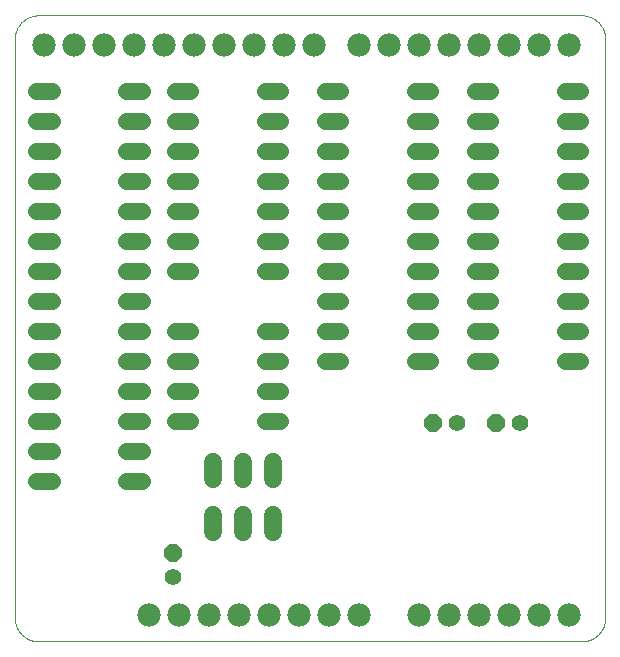
<source format=gbs>
G75*
%MOIN*%
%OFA0B0*%
%FSLAX25Y25*%
%IPPOS*%
%LPD*%
%AMOC8*
5,1,8,0,0,1.08239X$1,22.5*
%
%ADD10C,0.00004*%
%ADD11C,0.05600*%
%ADD12C,0.07800*%
%ADD13C,0.06000*%
%ADD14OC8,0.06028*%
%ADD15C,0.05600*%
D10*
X0092644Y0010874D02*
X0092644Y0203787D01*
X0092646Y0203977D01*
X0092653Y0204167D01*
X0092665Y0204357D01*
X0092681Y0204547D01*
X0092701Y0204736D01*
X0092727Y0204925D01*
X0092756Y0205113D01*
X0092791Y0205300D01*
X0092830Y0205486D01*
X0092873Y0205671D01*
X0092921Y0205856D01*
X0092973Y0206039D01*
X0093029Y0206220D01*
X0093090Y0206400D01*
X0093156Y0206579D01*
X0093225Y0206756D01*
X0093299Y0206932D01*
X0093377Y0207105D01*
X0093460Y0207277D01*
X0093546Y0207446D01*
X0093636Y0207614D01*
X0093731Y0207779D01*
X0093829Y0207942D01*
X0093932Y0208102D01*
X0094038Y0208260D01*
X0094148Y0208415D01*
X0094261Y0208568D01*
X0094379Y0208718D01*
X0094500Y0208864D01*
X0094624Y0209008D01*
X0094752Y0209149D01*
X0094883Y0209287D01*
X0095018Y0209422D01*
X0095156Y0209553D01*
X0095297Y0209681D01*
X0095441Y0209805D01*
X0095587Y0209926D01*
X0095737Y0210044D01*
X0095890Y0210157D01*
X0096045Y0210267D01*
X0096203Y0210373D01*
X0096363Y0210476D01*
X0096526Y0210574D01*
X0096691Y0210669D01*
X0096859Y0210759D01*
X0097028Y0210845D01*
X0097200Y0210928D01*
X0097373Y0211006D01*
X0097549Y0211080D01*
X0097726Y0211149D01*
X0097905Y0211215D01*
X0098085Y0211276D01*
X0098266Y0211332D01*
X0098449Y0211384D01*
X0098634Y0211432D01*
X0098819Y0211475D01*
X0099005Y0211514D01*
X0099192Y0211549D01*
X0099380Y0211578D01*
X0099569Y0211604D01*
X0099758Y0211624D01*
X0099948Y0211640D01*
X0100138Y0211652D01*
X0100328Y0211659D01*
X0100518Y0211661D01*
X0281620Y0211661D01*
X0281810Y0211659D01*
X0282000Y0211652D01*
X0282190Y0211640D01*
X0282380Y0211624D01*
X0282569Y0211604D01*
X0282758Y0211578D01*
X0282946Y0211549D01*
X0283133Y0211514D01*
X0283319Y0211475D01*
X0283504Y0211432D01*
X0283689Y0211384D01*
X0283872Y0211332D01*
X0284053Y0211276D01*
X0284233Y0211215D01*
X0284412Y0211149D01*
X0284589Y0211080D01*
X0284765Y0211006D01*
X0284938Y0210928D01*
X0285110Y0210845D01*
X0285279Y0210759D01*
X0285447Y0210669D01*
X0285612Y0210574D01*
X0285775Y0210476D01*
X0285935Y0210373D01*
X0286093Y0210267D01*
X0286248Y0210157D01*
X0286401Y0210044D01*
X0286551Y0209926D01*
X0286697Y0209805D01*
X0286841Y0209681D01*
X0286982Y0209553D01*
X0287120Y0209422D01*
X0287255Y0209287D01*
X0287386Y0209149D01*
X0287514Y0209008D01*
X0287638Y0208864D01*
X0287759Y0208718D01*
X0287877Y0208568D01*
X0287990Y0208415D01*
X0288100Y0208260D01*
X0288206Y0208102D01*
X0288309Y0207942D01*
X0288407Y0207779D01*
X0288502Y0207614D01*
X0288592Y0207446D01*
X0288678Y0207277D01*
X0288761Y0207105D01*
X0288839Y0206932D01*
X0288913Y0206756D01*
X0288982Y0206579D01*
X0289048Y0206400D01*
X0289109Y0206220D01*
X0289165Y0206039D01*
X0289217Y0205856D01*
X0289265Y0205671D01*
X0289308Y0205486D01*
X0289347Y0205300D01*
X0289382Y0205113D01*
X0289411Y0204925D01*
X0289437Y0204736D01*
X0289457Y0204547D01*
X0289473Y0204357D01*
X0289485Y0204167D01*
X0289492Y0203977D01*
X0289494Y0203787D01*
X0289494Y0010874D01*
X0289492Y0010684D01*
X0289485Y0010494D01*
X0289473Y0010304D01*
X0289457Y0010114D01*
X0289437Y0009925D01*
X0289411Y0009736D01*
X0289382Y0009548D01*
X0289347Y0009361D01*
X0289308Y0009175D01*
X0289265Y0008990D01*
X0289217Y0008805D01*
X0289165Y0008622D01*
X0289109Y0008441D01*
X0289048Y0008261D01*
X0288982Y0008082D01*
X0288913Y0007905D01*
X0288839Y0007729D01*
X0288761Y0007556D01*
X0288678Y0007384D01*
X0288592Y0007215D01*
X0288502Y0007047D01*
X0288407Y0006882D01*
X0288309Y0006719D01*
X0288206Y0006559D01*
X0288100Y0006401D01*
X0287990Y0006246D01*
X0287877Y0006093D01*
X0287759Y0005943D01*
X0287638Y0005797D01*
X0287514Y0005653D01*
X0287386Y0005512D01*
X0287255Y0005374D01*
X0287120Y0005239D01*
X0286982Y0005108D01*
X0286841Y0004980D01*
X0286697Y0004856D01*
X0286551Y0004735D01*
X0286401Y0004617D01*
X0286248Y0004504D01*
X0286093Y0004394D01*
X0285935Y0004288D01*
X0285775Y0004185D01*
X0285612Y0004087D01*
X0285447Y0003992D01*
X0285279Y0003902D01*
X0285110Y0003816D01*
X0284938Y0003733D01*
X0284765Y0003655D01*
X0284589Y0003581D01*
X0284412Y0003512D01*
X0284233Y0003446D01*
X0284053Y0003385D01*
X0283872Y0003329D01*
X0283689Y0003277D01*
X0283504Y0003229D01*
X0283319Y0003186D01*
X0283133Y0003147D01*
X0282946Y0003112D01*
X0282758Y0003083D01*
X0282569Y0003057D01*
X0282380Y0003037D01*
X0282190Y0003021D01*
X0282000Y0003009D01*
X0281810Y0003002D01*
X0281620Y0003000D01*
X0100518Y0003000D01*
X0100328Y0003002D01*
X0100138Y0003009D01*
X0099948Y0003021D01*
X0099758Y0003037D01*
X0099569Y0003057D01*
X0099380Y0003083D01*
X0099192Y0003112D01*
X0099005Y0003147D01*
X0098819Y0003186D01*
X0098634Y0003229D01*
X0098449Y0003277D01*
X0098266Y0003329D01*
X0098085Y0003385D01*
X0097905Y0003446D01*
X0097726Y0003512D01*
X0097549Y0003581D01*
X0097373Y0003655D01*
X0097200Y0003733D01*
X0097028Y0003816D01*
X0096859Y0003902D01*
X0096691Y0003992D01*
X0096526Y0004087D01*
X0096363Y0004185D01*
X0096203Y0004288D01*
X0096045Y0004394D01*
X0095890Y0004504D01*
X0095737Y0004617D01*
X0095587Y0004735D01*
X0095441Y0004856D01*
X0095297Y0004980D01*
X0095156Y0005108D01*
X0095018Y0005239D01*
X0094883Y0005374D01*
X0094752Y0005512D01*
X0094624Y0005653D01*
X0094500Y0005797D01*
X0094379Y0005943D01*
X0094261Y0006093D01*
X0094148Y0006246D01*
X0094038Y0006401D01*
X0093932Y0006559D01*
X0093829Y0006719D01*
X0093731Y0006882D01*
X0093636Y0007047D01*
X0093546Y0007215D01*
X0093460Y0007384D01*
X0093377Y0007556D01*
X0093299Y0007729D01*
X0093225Y0007905D01*
X0093156Y0008082D01*
X0093090Y0008261D01*
X0093029Y0008441D01*
X0092973Y0008622D01*
X0092921Y0008805D01*
X0092873Y0008990D01*
X0092830Y0009175D01*
X0092791Y0009361D01*
X0092756Y0009548D01*
X0092727Y0009736D01*
X0092701Y0009925D01*
X0092681Y0010114D01*
X0092665Y0010304D01*
X0092653Y0010494D01*
X0092646Y0010684D01*
X0092644Y0010874D01*
D11*
X0099729Y0056515D02*
X0104929Y0056515D01*
X0104929Y0066515D02*
X0099729Y0066515D01*
X0099729Y0076515D02*
X0104929Y0076515D01*
X0104929Y0086515D02*
X0099729Y0086515D01*
X0099729Y0096515D02*
X0104929Y0096515D01*
X0104929Y0106515D02*
X0099729Y0106515D01*
X0099729Y0116515D02*
X0104929Y0116515D01*
X0104929Y0126515D02*
X0099729Y0126515D01*
X0099729Y0136515D02*
X0104929Y0136515D01*
X0104929Y0146515D02*
X0099729Y0146515D01*
X0099729Y0156515D02*
X0104929Y0156515D01*
X0104929Y0166515D02*
X0099729Y0166515D01*
X0099729Y0176515D02*
X0104929Y0176515D01*
X0104929Y0186515D02*
X0099729Y0186515D01*
X0129729Y0186515D02*
X0134929Y0186515D01*
X0145989Y0186500D02*
X0151189Y0186500D01*
X0151189Y0176500D02*
X0145989Y0176500D01*
X0134929Y0176515D02*
X0129729Y0176515D01*
X0129729Y0166515D02*
X0134929Y0166515D01*
X0134929Y0156515D02*
X0129729Y0156515D01*
X0129729Y0146515D02*
X0134929Y0146515D01*
X0145989Y0146500D02*
X0151189Y0146500D01*
X0151189Y0136500D02*
X0145989Y0136500D01*
X0145989Y0126500D02*
X0151189Y0126500D01*
X0134929Y0126515D02*
X0129729Y0126515D01*
X0129729Y0136515D02*
X0134929Y0136515D01*
X0134929Y0116515D02*
X0129729Y0116515D01*
X0129729Y0106515D02*
X0134929Y0106515D01*
X0145989Y0106500D02*
X0151189Y0106500D01*
X0151189Y0096500D02*
X0145989Y0096500D01*
X0134929Y0096515D02*
X0129729Y0096515D01*
X0129729Y0086515D02*
X0134929Y0086515D01*
X0134929Y0076515D02*
X0129729Y0076515D01*
X0129729Y0066515D02*
X0134929Y0066515D01*
X0134929Y0056515D02*
X0129729Y0056515D01*
X0145989Y0076500D02*
X0151189Y0076500D01*
X0151189Y0086500D02*
X0145989Y0086500D01*
X0175989Y0086500D02*
X0181189Y0086500D01*
X0181189Y0076500D02*
X0175989Y0076500D01*
X0175989Y0096500D02*
X0181189Y0096500D01*
X0181189Y0106500D02*
X0175989Y0106500D01*
X0195989Y0106500D02*
X0201189Y0106500D01*
X0201189Y0116500D02*
X0195989Y0116500D01*
X0195989Y0126500D02*
X0201189Y0126500D01*
X0201189Y0136500D02*
X0195989Y0136500D01*
X0195989Y0146500D02*
X0201189Y0146500D01*
X0201189Y0156500D02*
X0195989Y0156500D01*
X0195989Y0166500D02*
X0201189Y0166500D01*
X0201189Y0176500D02*
X0195989Y0176500D01*
X0195989Y0186500D02*
X0201189Y0186500D01*
X0181189Y0186500D02*
X0175989Y0186500D01*
X0175989Y0176500D02*
X0181189Y0176500D01*
X0181189Y0166500D02*
X0175989Y0166500D01*
X0175989Y0156500D02*
X0181189Y0156500D01*
X0181189Y0146500D02*
X0175989Y0146500D01*
X0175989Y0136500D02*
X0181189Y0136500D01*
X0181189Y0126500D02*
X0175989Y0126500D01*
X0195989Y0096500D02*
X0201189Y0096500D01*
X0225989Y0096500D02*
X0231189Y0096500D01*
X0231189Y0106500D02*
X0225989Y0106500D01*
X0225989Y0116500D02*
X0231189Y0116500D01*
X0231189Y0126500D02*
X0225989Y0126500D01*
X0225989Y0136500D02*
X0231189Y0136500D01*
X0231189Y0146500D02*
X0225989Y0146500D01*
X0225989Y0156500D02*
X0231189Y0156500D01*
X0231189Y0166500D02*
X0225989Y0166500D01*
X0225989Y0176500D02*
X0231189Y0176500D01*
X0231189Y0186500D02*
X0225989Y0186500D01*
X0245989Y0186500D02*
X0251189Y0186500D01*
X0251189Y0176500D02*
X0245989Y0176500D01*
X0245989Y0166500D02*
X0251189Y0166500D01*
X0251189Y0156500D02*
X0245989Y0156500D01*
X0245989Y0146500D02*
X0251189Y0146500D01*
X0251189Y0136500D02*
X0245989Y0136500D01*
X0245989Y0126500D02*
X0251189Y0126500D01*
X0251189Y0116500D02*
X0245989Y0116500D01*
X0245989Y0106500D02*
X0251189Y0106500D01*
X0251189Y0096500D02*
X0245989Y0096500D01*
X0275989Y0096500D02*
X0281189Y0096500D01*
X0281189Y0106500D02*
X0275989Y0106500D01*
X0275989Y0116500D02*
X0281189Y0116500D01*
X0281189Y0126500D02*
X0275989Y0126500D01*
X0275989Y0136500D02*
X0281189Y0136500D01*
X0281189Y0146500D02*
X0275989Y0146500D01*
X0275989Y0156500D02*
X0281189Y0156500D01*
X0281189Y0166500D02*
X0275989Y0166500D01*
X0275989Y0176500D02*
X0281189Y0176500D01*
X0281189Y0186500D02*
X0275989Y0186500D01*
X0151189Y0166500D02*
X0145989Y0166500D01*
X0145989Y0156500D02*
X0151189Y0156500D01*
D12*
X0152524Y0201785D03*
X0162524Y0201785D03*
X0172524Y0201785D03*
X0182524Y0201785D03*
X0192524Y0201785D03*
X0207524Y0201785D03*
X0217524Y0201785D03*
X0227524Y0201785D03*
X0237524Y0201785D03*
X0247524Y0201785D03*
X0257524Y0201785D03*
X0267524Y0201785D03*
X0277524Y0201785D03*
X0142524Y0201785D03*
X0132524Y0201785D03*
X0122524Y0201785D03*
X0112524Y0201785D03*
X0102524Y0201785D03*
X0137524Y0011785D03*
X0147524Y0011785D03*
X0157524Y0011785D03*
X0167524Y0011785D03*
X0177524Y0011785D03*
X0187524Y0011785D03*
X0197524Y0011785D03*
X0207524Y0011785D03*
X0227524Y0011785D03*
X0237524Y0011785D03*
X0247524Y0011785D03*
X0257524Y0011785D03*
X0267524Y0011785D03*
X0277524Y0011785D03*
D13*
X0178644Y0039515D02*
X0178644Y0045115D01*
X0168644Y0045115D02*
X0168644Y0039515D01*
X0158644Y0039515D02*
X0158644Y0045115D01*
X0158644Y0057015D02*
X0158644Y0062615D01*
X0168644Y0062615D02*
X0168644Y0057015D01*
X0178644Y0057015D02*
X0178644Y0062615D01*
D14*
X0145459Y0032500D03*
X0232144Y0075815D03*
X0253144Y0075815D03*
D15*
X0261144Y0075815D03*
X0240144Y0075815D03*
X0145459Y0024500D03*
M02*

</source>
